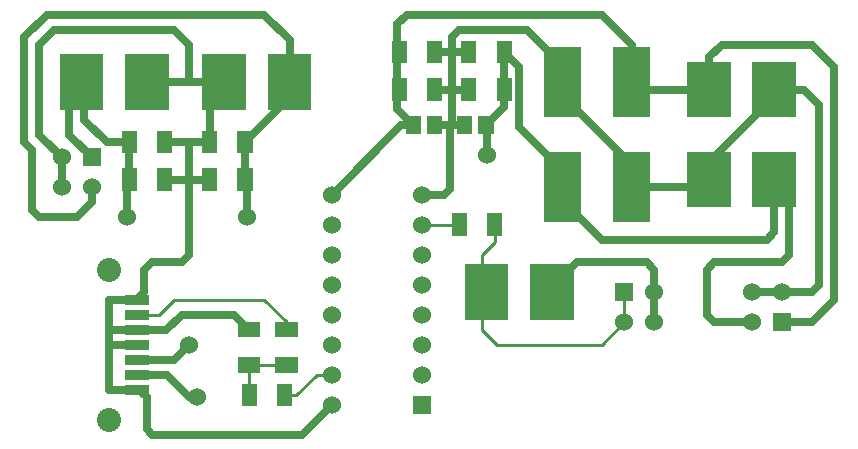
<source format=gbr>
G04 start of page 2 for group 0 idx 0 *
G04 Title: (unknown), component *
G04 Creator: pcb 1.99z *
G04 CreationDate: Wed 27 Mar 2013 05:03:32 PM GMT UTC *
G04 For: nock *
G04 Format: Gerber/RS-274X *
G04 PCB-Dimensions (mil): 6000.00 5000.00 *
G04 PCB-Coordinate-Origin: lower left *
%MOIN*%
%FSLAX25Y25*%
%LNTOP*%
%ADD23C,0.0380*%
%ADD22C,0.0280*%
%ADD21C,0.0590*%
%ADD20C,0.0350*%
%ADD19R,0.1230X0.1230*%
%ADD18R,0.0350X0.0350*%
%ADD17R,0.1450X0.1450*%
%ADD16R,0.0512X0.0512*%
%ADD15C,0.0001*%
%ADD14C,0.0600*%
%ADD13C,0.0800*%
%ADD12C,0.0250*%
%ADD11C,0.0100*%
G54D11*X289310Y296810D02*X285000Y292500D01*
G54D12*X272500Y312500D02*X265000D01*
X274310Y314310D02*Y335000D01*
X312000Y320500D02*X297500Y335000D01*
X335000Y315000D02*Y322500D01*
X312000Y345500D01*
X335000Y350000D02*Y362500D01*
X382500Y347500D02*Y345000D01*
X360700Y347500D02*X337500D01*
X335000Y350000D01*
X360700Y347500D02*Y358200D01*
X365000Y362500D02*X360700Y358200D01*
X335000Y362500D02*X325000Y372500D01*
X360700Y317500D02*Y323200D01*
X382500Y345000D02*X360700Y323200D01*
X335000Y315000D02*X358200D01*
X360700Y317500D01*
X325000Y297500D02*X380000D01*
X382500Y300000D01*
Y317500D01*
X312000Y320500D02*Y310500D01*
X325000Y297500D01*
G54D11*X290000Y262500D02*X325000D01*
X332500Y270000D01*
Y280000D01*
G54D12*X342500Y270000D02*Y287500D01*
X340000Y290000D01*
X316800D01*
X306800Y280000D01*
X395000Y270000D02*X385000D01*
X375000Y280000D02*X395000D01*
X397500Y282500D01*
X395000Y270000D02*X402500Y277500D01*
X375000Y270000D02*X362500D01*
X360000Y272500D01*
Y287500D01*
X362500Y290000D01*
X385000D01*
X397500Y282500D02*Y342500D01*
X382500Y347500D02*X392500D01*
X397500Y342500D02*X392500Y347500D01*
X385000Y290000D02*X387500Y292500D01*
Y312500D01*
X382500Y317500D01*
X402500Y277500D02*Y355000D01*
X395000Y362500D01*
X365000D01*
X297500Y335000D02*Y355000D01*
X292500Y360000D02*Y341794D01*
X286396Y335690D01*
X300000Y367500D02*X277500D01*
X325000Y372500D02*X260000D01*
X269310Y360000D02*X280690D01*
Y347500D02*X269310D01*
Y335690D02*X279310D01*
X275000Y365000D02*Y335690D01*
X286810Y325690D02*Y335276D01*
X286396Y335690D01*
X274310Y335000D02*X275000Y335690D01*
X312000Y350000D02*Y345500D01*
Y349500D02*Y355500D01*
X300000Y367500D01*
X297500Y355000D02*X292500Y360000D01*
X180100Y252400D02*X187500Y245000D01*
X182400Y257400D02*X187500Y262500D01*
X194310Y330000D02*X179310D01*
Y317500D02*X194310D01*
X206810Y305000D02*Y316810D01*
X206120Y317500D01*
Y330000D01*
G54D11*X207500Y245690D02*Y255690D01*
G54D12*X179900Y267400D02*X185000Y272500D01*
X202500D01*
X185000Y290000D02*X187500Y292500D01*
Y330000D02*Y292500D01*
X170100Y252400D02*X180100D01*
X170100Y257400D02*X182400D01*
G54D11*X207500Y255690D02*X220000D01*
G54D12*X187500Y245000D02*X190000D01*
X202500Y272500D02*X207500Y267500D01*
G54D11*X182500Y277500D02*X212500D01*
X220000Y270000D01*
G54D12*X235000Y242500D02*X225000Y232500D01*
G54D11*X219310Y245690D02*X223190D01*
X235000Y252500D02*X230000D01*
X223190Y245690D02*X230000Y252500D01*
X220000Y267500D02*Y270000D01*
G54D12*X173300Y245000D02*Y234200D01*
X175000Y232500D01*
X225000D01*
X166810Y305000D02*Y316810D01*
X167500Y317500D01*
Y330000D01*
G54D11*X265000Y302500D02*X277500D01*
X289310D02*Y296810D01*
G54D12*X274310Y314310D02*X272500Y312500D01*
X174300Y350000D02*X199300D01*
X221100Y344980D02*X206120Y330000D01*
X194310D02*Y345010D01*
X199300Y350000D01*
X262224Y335690D02*X258190D01*
X262224D02*X256810Y341104D01*
X235000Y312500D02*X258190Y335690D01*
G54D11*X285000Y292500D02*Y267500D01*
X290000Y262500D01*
G54D12*X167500Y330000D02*X160000D01*
X152500Y337500D02*X160000Y330000D01*
X145000Y325000D02*X137500Y332500D01*
X155000Y325000D02*X147500Y332500D01*
X135000Y327500D02*X132500Y330000D01*
X152500Y350000D02*Y337500D01*
X137500Y332500D02*Y362500D01*
X147500Y332500D02*Y345000D01*
X152500Y350000D01*
X132500Y330000D02*Y365000D01*
X140000Y372500D01*
X145000Y325000D02*Y315000D01*
X155000D02*Y310000D01*
X150000Y305000D01*
X137500D01*
X135000Y307500D02*Y327500D01*
X137500Y305000D02*X135000Y307500D01*
X137500Y362500D02*X142500Y367500D01*
X182500D01*
X140000Y372500D02*X212500D01*
X182500Y367500D02*X187500Y362500D01*
Y350000D01*
X221100Y344980D02*Y363900D01*
X212500Y372500D02*X221100Y363900D01*
X277500Y367500D02*X275000Y365000D01*
X260000Y372500D02*X256810Y369310D01*
Y341104D01*
X160900Y247400D02*X160800Y247500D01*
X160900Y247400D02*X170900D01*
X160800Y262500D02*X170000D01*
X170100Y262400D01*
X160800Y277500D02*Y247500D01*
Y267500D02*X170000D01*
X170900Y247400D02*X173300Y245000D01*
X170100Y267400D02*X179900D01*
G54D11*X170100Y272400D02*X177400D01*
X182500Y277500D01*
G54D12*X170000Y267500D02*X170100Y267400D01*
X160800Y277500D02*X170000D01*
X170100Y277400D01*
Y277600D01*
X172500Y280000D01*
Y287500D01*
X175000Y290000D01*
X185000D01*
G54D13*X160800Y287500D03*
Y237300D03*
G54D14*X235000Y312500D03*
Y302500D03*
Y292500D03*
Y282500D03*
Y272500D03*
Y262500D03*
Y252500D03*
Y242500D03*
G54D15*G36*
X152000Y328000D02*Y322000D01*
X158000D01*
Y328000D01*
X152000D01*
G37*
G54D14*X155000Y315000D03*
X145000Y325000D03*
Y315000D03*
G54D15*G36*
X262000Y245500D02*Y239500D01*
X268000D01*
Y245500D01*
X262000D01*
G37*
G54D14*X265000Y252500D03*
Y262500D03*
Y272500D03*
Y282500D03*
Y292500D03*
Y302500D03*
Y312500D03*
G54D15*G36*
X329500Y283000D02*Y277000D01*
X335500D01*
Y283000D01*
X329500D01*
G37*
G54D14*X342500Y280000D03*
X385000D03*
X375000D03*
X332500Y270000D03*
X342500D03*
G54D15*G36*
X382000Y273000D02*Y267000D01*
X388000D01*
Y273000D01*
X382000D01*
G37*
G54D14*X375000Y270000D03*
G54D16*X206120Y331181D02*Y328819D01*
Y318681D02*Y316319D01*
X194310Y331181D02*Y328819D01*
Y318681D02*Y316319D01*
X207500Y246871D02*Y244509D01*
X219310Y246871D02*Y244509D01*
X206319Y267500D02*X208681D01*
X206319Y255690D02*X208681D01*
X218819Y267500D02*X221181D01*
X218819Y255690D02*X221181D01*
G54D17*X199100Y352000D02*Y348000D01*
X220900Y352000D02*Y348000D01*
G54D18*X167950Y262400D02*X172250D01*
X167950Y267400D02*X172250D01*
X167950Y272400D02*X172250D01*
X167950Y277400D02*X172250D01*
X167950Y247400D02*X172250D01*
X167950Y252400D02*X172250D01*
X167950Y257400D02*X172250D01*
G54D16*X179310Y331181D02*Y328819D01*
Y318681D02*Y316319D01*
X167500Y331181D02*Y328819D01*
Y318681D02*Y316319D01*
G54D17*X151600Y352000D02*Y348000D01*
X173400Y352000D02*Y348000D01*
G54D16*X269310Y361181D02*Y358819D01*
X257500Y361181D02*Y358819D01*
X269310Y348681D02*Y346319D01*
X257500Y348681D02*Y346319D01*
X277500Y303681D02*Y301319D01*
X289310Y303681D02*Y301319D01*
X269310Y336083D02*Y335297D01*
X262224Y336083D02*Y335297D01*
X286396Y336083D02*Y335297D01*
X279310Y336083D02*Y335297D01*
G54D19*X312000Y320600D02*Y309400D01*
Y355600D02*Y344400D01*
G54D16*X292500Y348681D02*Y346319D01*
X280690Y348681D02*Y346319D01*
X292500Y361181D02*Y358819D01*
X280690Y361181D02*Y358819D01*
G54D17*X308400Y282000D02*Y278000D01*
X286600Y282000D02*Y278000D01*
G54D19*X335000Y320600D02*Y309400D01*
G54D17*X360700Y319500D02*Y315500D01*
X382500Y319500D02*Y315500D01*
G54D19*X335000Y355600D02*Y344400D01*
G54D17*X360700Y349500D02*Y345500D01*
X382500Y349500D02*Y345500D01*
G54D14*X190000Y245000D03*
X187500Y262500D03*
X206810Y305000D03*
X166810D03*
X286810Y325690D03*
G54D20*G54D21*G54D22*G54D23*G54D22*G54D23*M02*

</source>
